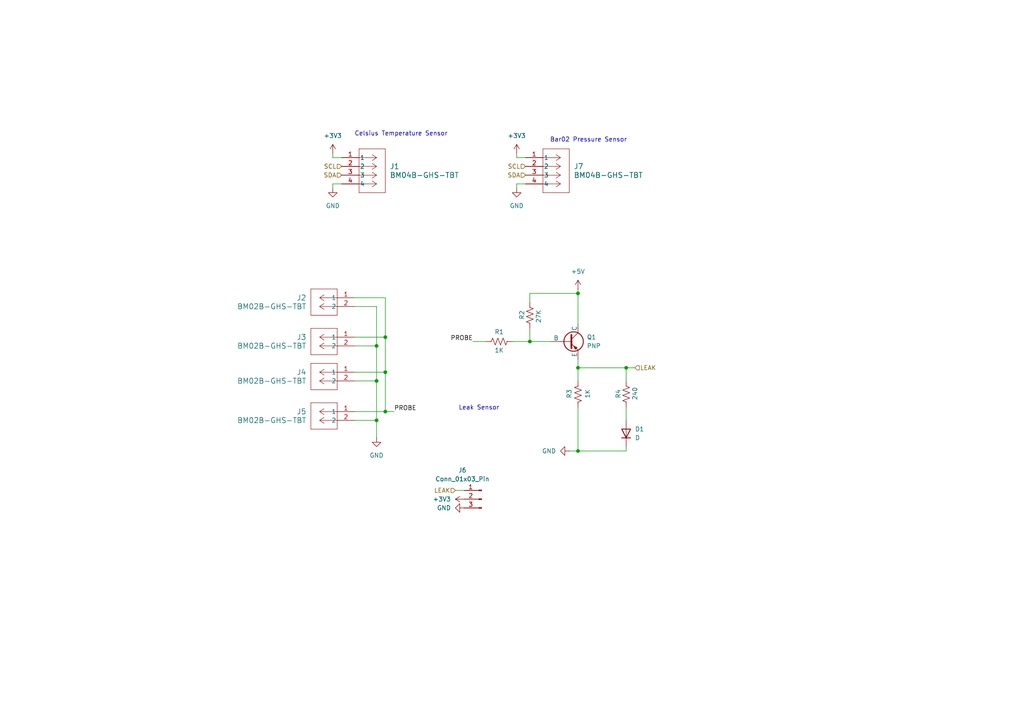
<source format=kicad_sch>
(kicad_sch (version 20231120) (generator "eeschema") (generator_version "8.0")
  (paper "A4")
  (lib_symbols
    (symbol "BM04B_GHS_TBT:BM04B-GHS-TBT" (pin_names (offset 0.254))
      (property "Reference" "J" (at 8.89 6.35 0))
      (property "Value" "BM04B-GHS-TBT" (at 0 0 0))
      (symbol "BM04B-GHS-TBT_1_1"
        (polyline (pts (xy 5.08 -10.16) (xy 12.7 -10.16)) (stroke (width 0.127)))
        (polyline (pts (xy 5.08 2.54) (xy 5.08 -10.16)) (stroke (width 0.127)))
        (polyline (pts (xy 10.16 -7.62) (xy 5.08 -7.62)) (stroke (width 0.127)))
        (polyline (pts (xy 10.16 -7.62) (xy 8.89 -8.4667)) (stroke (width 0.127)))
        (polyline (pts (xy 10.16 -7.62) (xy 8.89 -6.7733)) (stroke (width 0.127)))
        (polyline (pts (xy 10.16 -5.08) (xy 5.08 -5.08)) (stroke (width 0.127)))
        (polyline (pts (xy 10.16 -5.08) (xy 8.89 -5.9267)) (stroke (width 0.127)))
        (polyline (pts (xy 10.16 -5.08) (xy 8.89 -4.2333)) (stroke (width 0.127)))
        (polyline (pts (xy 10.16 -2.54) (xy 5.08 -2.54)) (stroke (width 0.127)))
        (polyline (pts (xy 10.16 -2.54) (xy 8.89 -3.3867)) (stroke (width 0.127)))
        (polyline (pts (xy 10.16 -2.54) (xy 8.89 -1.6933)) (stroke (width 0.127)))
        (polyline (pts (xy 10.16 0) (xy 5.08 0)) (stroke (width 0.127)))
        (polyline (pts (xy 10.16 0) (xy 8.89 -0.8467)) (stroke (width 0.127)))
        (polyline (pts (xy 10.16 0) (xy 8.89 0.8467)) (stroke (width 0.127)))
        (polyline (pts (xy 12.7 -10.16) (xy 12.7 2.54)) (stroke (width 0.127)))
        (polyline (pts (xy 12.7 2.54) (xy 5.08 2.54)) (stroke (width 0.127)))
        (pin unspecified line (at 0 0 0) (length 5.08) (name "1") (number "1"))
        (pin unspecified line (at 0 -2.54 0) (length 5.08) (name "2") (number "2"))
        (pin unspecified line (at 0 -5.08 0) (length 5.08) (name "3") (number "3"))
        (pin unspecified line (at 0 -7.62 0) (length 5.08) (name "4") (number "4"))
      )
      (symbol "BM04B-GHS-TBT_1_2"
        (polyline (pts (xy 5.08 -10.16) (xy 12.7 -10.16)) (stroke (width 0.127)))
        (polyline (pts (xy 5.08 2.54) (xy 5.08 -10.16)) (stroke (width 0.127)))
        (polyline (pts (xy 7.62 -7.62) (xy 5.08 -7.62)) (stroke (width 0.127)))
        (polyline (pts (xy 7.62 -7.62) (xy 8.89 -8.4667)) (stroke (width 0.127)))
        (polyline (pts (xy 7.62 -7.62) (xy 8.89 -6.7733)) (stroke (width 0.127)))
        (polyline (pts (xy 7.62 -5.08) (xy 5.08 -5.08)) (stroke (width 0.127)))
        (polyline (pts (xy 7.62 -5.08) (xy 8.89 -5.9267)) (stroke (width 0.127)))
        (polyline (pts (xy 7.62 -5.08) (xy 8.89 -4.2333)) (stroke (width 0.127)))
        (polyline (pts (xy 7.62 -2.54) (xy 5.08 -2.54)) (stroke (width 0.127)))
        (polyline (pts (xy 7.62 -2.54) (xy 8.89 -3.3867)) (stroke (width 0.127)))
        (polyline (pts (xy 7.62 -2.54) (xy 8.89 -1.6933)) (stroke (width 0.127)))
        (polyline (pts (xy 7.62 0) (xy 5.08 0)) (stroke (width 0.127)))
        (polyline (pts (xy 7.62 0) (xy 8.89 -0.8467)) (stroke (width 0.127)))
        (polyline (pts (xy 7.62 0) (xy 8.89 0.8467)) (stroke (width 0.127)))
        (polyline (pts (xy 12.7 -10.16) (xy 12.7 2.54)) (stroke (width 0.127)))
        (polyline (pts (xy 12.7 2.54) (xy 5.08 2.54)) (stroke (width 0.127)))
        (pin unspecified line (at 0 0 0) (length 5.08) (name "1") (number "1"))
        (pin unspecified line (at 0 -2.54 0) (length 5.08) (name "2") (number "2"))
        (pin unspecified line (at 0 -5.08 0) (length 5.08) (name "3") (number "3"))
        (pin unspecified line (at 0 -7.62 0) (length 5.08) (name "4") (number "4"))
      )
    )
    (symbol "Connector:Conn_01x03_Pin" (pin_names (offset 1.016) hide)
      (property "Reference" "J" (at 0 5.08 0))
      (property "Value" "Conn_01x03_Pin" (at 0 -5.08 0))
      (symbol "Conn_01x03_Pin_1_1"
        (polyline (pts (xy 1.27 -2.54) (xy 0.8636 -2.54)) (stroke (width 0.1524)))
        (polyline (pts (xy 1.27 0) (xy 0.8636 0)) (stroke (width 0.1524)))
        (polyline (pts (xy 1.27 2.54) (xy 0.8636 2.54)) (stroke (width 0.1524)))
        (rectangle (start 0.8636 -2.413) (end 0 -2.667) (stroke (width 0.1524)) (fill (type outline)))
        (rectangle (start 0.8636 0.127) (end 0 -0.127) (stroke (width 0.1524)) (fill (type outline)))
        (rectangle (start 0.8636 2.667) (end 0 2.413) (stroke (width 0.1524)) (fill (type outline)))
        (pin passive line (at 5.08 2.54 180) (length 3.81) (name "Pin_1") (number "1"))
        (pin passive line (at 5.08 0 180) (length 3.81) (name "Pin_2") (number "2"))
        (pin passive line (at 5.08 -2.54 180) (length 3.81) (name "Pin_3") (number "3"))
      )
    )
    (symbol "Device:D" (pin_numbers hide) (pin_names (offset 1.016) hide)
      (property "Reference" "D" (at 0 2.54 0))
      (property "Value" "D" (at 0 -2.54 0))
      (symbol "D_0_1"
        (polyline (pts (xy -1.27 1.27) (xy -1.27 -1.27)) (stroke (width 0.254)))
        (polyline (pts (xy 1.27 0) (xy -1.27 0)))
        (polyline (pts (xy 1.27 1.27) (xy 1.27 -1.27) (xy -1.27 0) (xy 1.27 1.27)) (stroke (width 0.254)))
      )
      (symbol "D_1_1"
        (pin passive line (at -3.81 0 0) (length 2.54) (name "K") (number "1"))
        (pin passive line (at 3.81 0 180) (length 2.54) (name "A") (number "2"))
      )
    )
    (symbol "Device:R_US" (pin_numbers hide) (pin_names (offset 0))
      (property "Reference" "R" (at 2.54 0 90))
      (property "Value" "R_US" (at -2.54 0 90))
      (symbol "R_US_0_1"
        (polyline (pts (xy 0 -2.286) (xy 0 -2.54)))
        (polyline (pts (xy 0 2.286) (xy 0 2.54)))
        (polyline (pts (xy 0 -0.762) (xy 1.016 -1.143) (xy 0 -1.524) (xy -1.016 -1.905) (xy 0 -2.286)))
        (polyline (pts (xy 0 0.762) (xy 1.016 0.381) (xy 0 0) (xy -1.016 -0.381) (xy 0 -0.762)))
        (polyline (pts (xy 0 2.286) (xy 1.016 1.905) (xy 0 1.524) (xy -1.016 1.143) (xy 0 0.762)))
      )
      (symbol "R_US_1_1"
        (pin passive line (at 0 3.81 270) (length 1.27) (name "~") (number "1"))
        (pin passive line (at 0 -3.81 90) (length 1.27) (name "~") (number "2"))
      )
    )
    (symbol "Simulation_SPICE:PNP" (pin_numbers hide) (pin_names (offset 0))
      (property "Reference" "Q" (at -2.54 7.62 0))
      (property "Value" "PNP" (at -2.54 5.08 0))
      (symbol "PNP_0_1"
        (polyline (pts (xy -2.54 0) (xy 0.635 0)) (stroke (width 0.1524)))
        (polyline (pts (xy 0.635 0.635) (xy 2.54 2.54)))
        (polyline (pts (xy 0.635 -0.635) (xy 2.54 -2.54) (xy 2.54 -2.54)))
        (polyline (pts (xy 0.635 1.905) (xy 0.635 -1.905) (xy 0.635 -1.905)) (stroke (width 0.508)))
        (polyline (pts (xy 2.286 -1.778) (xy 1.778 -2.286) (xy 1.27 -1.27) (xy 2.286 -1.778) (xy 2.286 -1.778)) (fill (type outline)))
        (circle (center 1.27 0) (radius 2.8194) (stroke (width 0.254)))
      )
      (symbol "PNP_1_1"
        (pin open_collector line (at 2.54 5.08 270) (length 2.54) (name "C") (number "1"))
        (pin input line (at -5.08 0 0) (length 2.54) (name "B") (number "2"))
        (pin open_emitter line (at 2.54 -5.08 90) (length 2.54) (name "E") (number "3"))
      )
    )
    (symbol "leak_probe_connector:BM02B-GHS-TBT" (pin_names (offset 0.254))
      (property "Reference" "J" (at 8.89 6.35 0))
      (property "Value" "BM02B-GHS-TBT" (at 0 0 0))
      (symbol "BM02B-GHS-TBT_1_1"
        (polyline (pts (xy 5.08 -5.08) (xy 12.7 -5.08)) (stroke (width 0.127)))
        (polyline (pts (xy 5.08 2.54) (xy 5.08 -5.08)) (stroke (width 0.127)))
        (polyline (pts (xy 10.16 -2.54) (xy 5.08 -2.54)) (stroke (width 0.127)))
        (polyline (pts (xy 10.16 -2.54) (xy 8.89 -3.3867)) (stroke (width 0.127)))
        (polyline (pts (xy 10.16 -2.54) (xy 8.89 -1.6933)) (stroke (width 0.127)))
        (polyline (pts (xy 10.16 0) (xy 5.08 0)) (stroke (width 0.127)))
        (polyline (pts (xy 10.16 0) (xy 8.89 -0.8467)) (stroke (width 0.127)))
        (polyline (pts (xy 10.16 0) (xy 8.89 0.8467)) (stroke (width 0.127)))
        (polyline (pts (xy 12.7 -5.08) (xy 12.7 2.54)) (stroke (width 0.127)))
        (polyline (pts (xy 12.7 2.54) (xy 5.08 2.54)) (stroke (width 0.127)))
        (pin unspecified line (at 0 0 0) (length 5.08) (name "1") (number "1"))
        (pin unspecified line (at 0 -2.54 0) (length 5.08) (name "2") (number "2"))
      )
      (symbol "BM02B-GHS-TBT_1_2"
        (polyline (pts (xy 5.08 -5.08) (xy 12.7 -5.08)) (stroke (width 0.127)))
        (polyline (pts (xy 5.08 2.54) (xy 5.08 -5.08)) (stroke (width 0.127)))
        (polyline (pts (xy 7.62 -2.54) (xy 5.08 -2.54)) (stroke (width 0.127)))
        (polyline (pts (xy 7.62 -2.54) (xy 8.89 -3.3867)) (stroke (width 0.127)))
        (polyline (pts (xy 7.62 -2.54) (xy 8.89 -1.6933)) (stroke (width 0.127)))
        (polyline (pts (xy 7.62 0) (xy 5.08 0)) (stroke (width 0.127)))
        (polyline (pts (xy 7.62 0) (xy 8.89 -0.8467)) (stroke (width 0.127)))
        (polyline (pts (xy 7.62 0) (xy 8.89 0.8467)) (stroke (width 0.127)))
        (polyline (pts (xy 12.7 -5.08) (xy 12.7 2.54)) (stroke (width 0.127)))
        (polyline (pts (xy 12.7 2.54) (xy 5.08 2.54)) (stroke (width 0.127)))
        (pin unspecified line (at 0 0 0) (length 5.08) (name "1") (number "1"))
        (pin unspecified line (at 0 -2.54 0) (length 5.08) (name "2") (number "2"))
      )
    )
    (symbol "power:+3V3" (power) (pin_numbers hide) (pin_names (offset 0) hide)
      (property "Value" "+3V3" (at 0 3.556 0))
      (symbol "+3V3_0_1"
        (polyline (pts (xy -0.762 1.27) (xy 0 2.54)))
        (polyline (pts (xy 0 0) (xy 0 2.54)))
        (polyline (pts (xy 0 2.54) (xy 0.762 1.27)))
      )
      (symbol "+3V3_1_1"
        (pin power_in line (at 0 0 90) (length 0) (name "~") (number "1"))
      )
    )
    (symbol "power:+5V" (power) (pin_numbers hide) (pin_names (offset 0) hide)
      (property "Value" "+5V" (at 0 3.556 0))
      (symbol "+5V_0_1"
        (polyline (pts (xy -0.762 1.27) (xy 0 2.54)))
        (polyline (pts (xy 0 0) (xy 0 2.54)))
        (polyline (pts (xy 0 2.54) (xy 0.762 1.27)))
      )
      (symbol "+5V_1_1"
        (pin power_in line (at 0 0 90) (length 0) (name "~") (number "1"))
      )
    )
    (symbol "power:GND" (power) (pin_numbers hide) (pin_names (offset 0) hide)
      (property "Value" "GND" (at 0 -3.81 0))
      (symbol "GND_0_1"
        (polyline (pts (xy 0 0) (xy 0 -1.27) (xy 1.27 -1.27) (xy 0 -2.54) (xy -1.27 -1.27) (xy 0 -1.27)))
      )
      (symbol "GND_1_1"
        (pin power_in line (at 0 0 270) (length 0) (name "~") (number "1"))
      )
    )
  )
  (junction (at 109.22 121.92))
  (junction (at 109.22 100.33))
  (junction (at 167.64 106.68))
  (junction (at 181.61 106.68))
  (junction (at 109.22 110.49))
  (junction (at 167.64 130.81))
  (junction (at 153.67 99.06))
  (junction (at 167.64 85.09))
  (junction (at 111.76 107.95))
  (junction (at 111.76 97.79))
  (junction (at 111.76 119.38))
  (wire (pts (xy 181.61 106.68) (xy 184.15 106.68)))
  (wire (pts (xy 102.87 119.38) (xy 111.76 119.38)))
  (wire (pts (xy 167.64 130.81) (xy 181.61 130.81)))
  (wire (pts (xy 137.16 99.06) (xy 140.97 99.06)))
  (wire (pts (xy 96.52 44.45) (xy 96.52 45.72)))
  (wire (pts (xy 111.76 86.36) (xy 111.76 97.79)))
  (wire (pts (xy 96.52 53.34) (xy 96.52 54.61)))
  (wire (pts (xy 167.64 106.68) (xy 167.64 110.49)))
  (wire (pts (xy 132.08 142.24) (xy 134.62 142.24)))
  (wire (pts (xy 167.64 118.11) (xy 167.64 130.81)))
  (wire (pts (xy 165.1 130.81) (xy 167.64 130.81)))
  (wire (pts (xy 111.76 97.79) (xy 111.76 107.95)))
  (wire (pts (xy 167.64 83.82) (xy 167.64 85.09)))
  (wire (pts (xy 181.61 118.11) (xy 181.61 121.92)))
  (wire (pts (xy 102.87 110.49) (xy 109.22 110.49)))
  (wire (pts (xy 181.61 129.54) (xy 181.61 130.81)))
  (wire (pts (xy 102.87 86.36) (xy 111.76 86.36)))
  (wire (pts (xy 109.22 121.92) (xy 109.22 127)))
  (wire (pts (xy 149.86 45.72) (xy 152.4 45.72)))
  (wire (pts (xy 102.87 97.79) (xy 111.76 97.79)))
  (wire (pts (xy 109.22 88.9) (xy 109.22 100.33)))
  (wire (pts (xy 102.87 100.33) (xy 109.22 100.33)))
  (wire (pts (xy 149.86 53.34) (xy 149.86 54.61)))
  (wire (pts (xy 152.4 53.34) (xy 149.86 53.34)))
  (wire (pts (xy 99.06 53.34) (xy 96.52 53.34)))
  (wire (pts (xy 153.67 85.09) (xy 167.64 85.09)))
  (wire (pts (xy 109.22 100.33) (xy 109.22 110.49)))
  (wire (pts (xy 167.64 106.68) (xy 181.61 106.68)))
  (wire (pts (xy 181.61 106.68) (xy 181.61 110.49)))
  (wire (pts (xy 111.76 107.95) (xy 111.76 119.38)))
  (wire (pts (xy 153.67 99.06) (xy 160.02 99.06)))
  (wire (pts (xy 96.52 45.72) (xy 99.06 45.72)))
  (wire (pts (xy 153.67 99.06) (xy 153.67 95.25)))
  (wire (pts (xy 153.67 87.63) (xy 153.67 85.09)))
  (wire (pts (xy 149.86 44.45) (xy 149.86 45.72)))
  (wire (pts (xy 148.59 99.06) (xy 153.67 99.06)))
  (wire (pts (xy 102.87 121.92) (xy 109.22 121.92)))
  (wire (pts (xy 102.87 107.95) (xy 111.76 107.95)))
  (wire (pts (xy 167.64 85.09) (xy 167.64 93.98)))
  (wire (pts (xy 102.87 88.9) (xy 109.22 88.9)))
  (wire (pts (xy 109.22 110.49) (xy 109.22 121.92)))
  (wire (pts (xy 167.64 104.14) (xy 167.64 106.68)))
  (wire (pts (xy 111.76 119.38) (xy 114.3 119.38)))
  (text "Leak Sensor\n" (at 138.938 118.364 0) (effects (font (size 1.27 1.27))))
  (text "Bar02 Pressure Sensor\n" (at 170.688 40.64 0) (effects (font (size 1.27 1.27))))
  (text "Celsius Temperature Sensor\n" (at 116.332 38.862 0) (effects (font (size 1.27 1.27))))
  (label "PROBE" (at 114.3 119.38 0))
  (label "PROBE" (at 137.16 99.06 180))
  (hierarchical_label "SCL" (shape input) (at 152.4 48.26 180))
  (hierarchical_label "SDA" (shape input) (at 152.4 50.8 180))
  (hierarchical_label "LEAK" (shape input) (at 132.08 142.24 180))
  (hierarchical_label "LEAK" (shape input) (at 184.15 106.68 0))
  (hierarchical_label "SCL" (shape input) (at 99.06 48.26 180))
  (hierarchical_label "SDA" (shape input) (at 99.06 50.8 180))
  (symbol (lib_id "Simulation_SPICE:PNP") (at 165.1 99.06 0) (unit 1)
    (property "Reference" "Q1" (at 170.18 97.7899 0) (effects (justify left)))
    (property "Value" "PNP" (at 170.18 100.3299 0) (effects (justify left)))
    (property "Datasheet" "https://ngspice.sourceforge.io/docs/ngspice-html-manual/manual.xhtml#cha_BJTs" (effects (hide yes)))
    (property "Description" "Bipolar transistor symbol for simulation only, substrate tied to the emitter" (effects (hide yes)))
    (property "Sim.Device" "PNP" (effects (hide yes)))
    (property "Sim.Type" "GUMMELPOON" (effects (hide yes)))
    (property "Sim.Pins" "1=C 2=B 3=E" (effects (hide yes)))
  )
  (symbol (lib_id "power:GND") (at 134.62 147.32 270) (unit 1)
    (property "Reference" "#PWR018" (effects (hide yes)))
    (property "Value" "GND" (at 130.81 147.3199 90) (effects (justify right)))
    (property "Description" "Power symbol creates a global label with name \"GND\" , ground" (effects (hide yes)))
  )
  (symbol (lib_id "leak_probe_connector:BM02B-GHS-TBT") (at 102.87 97.79 0) (mirror y) (unit 1)
    (property "Reference" "J3" (at 88.9 97.7899 0) (effects (font (size 1.524 1.524)) (justify left)))
    (property "Value" "BM02B-GHS-TBT" (at 88.9 100.3299 0) (effects (font (size 1.524 1.524)) (justify left)))
    (property "Footprint" "CONN_BM02B-GHS-TBT_JST" (effects (hide yes)))
    (property "Datasheet" "BM02B-GHS-TBT" (effects (hide yes)))
  )
  (symbol (lib_id "power:+3V3") (at 134.62 144.78 90) (unit 1)
    (property "Reference" "#PWR017" (effects (hide yes)))
    (property "Value" "+3V3" (at 130.81 144.7799 90) (effects (justify left)))
    (property "Description" "Power symbol creates a global label with name \"+3V3\"" (effects (hide yes)))
  )
  (symbol (lib_id "Device:R_US") (at 181.61 114.3 0) (unit 1)
    (property "Reference" "R4" (at 179.324 115.57 90) (effects (justify left)))
    (property "Value" "240" (at 184.15 116.078 90) (effects (justify left)))
    (property "Description" "Resistor, US symbol" (effects (hide yes)))
  )
  (symbol (lib_id "leak_probe_connector:BM02B-GHS-TBT") (at 102.87 119.38 0) (mirror y) (unit 1)
    (property "Reference" "J5" (at 88.9 119.3799 0) (effects (font (size 1.524 1.524)) (justify left)))
    (property "Value" "BM02B-GHS-TBT" (at 88.9 121.9199 0) (effects (font (size 1.524 1.524)) (justify left)))
    (property "Footprint" "CONN_BM02B-GHS-TBT_JST" (effects (hide yes)))
    (property "Datasheet" "BM02B-GHS-TBT" (effects (hide yes)))
  )
  (symbol (lib_id "power:GND") (at 149.86 54.61 0) (unit 1)
    (property "Reference" "#PWR02" (effects (hide yes)))
    (property "Value" "GND" (at 149.86 59.69 0))
    (property "Description" "Power symbol creates a global label with name \"GND\" , ground" (effects (hide yes)))
  )
  (symbol (lib_id "Device:D") (at 181.61 125.73 90) (unit 1)
    (property "Reference" "D1" (at 184.15 124.4599 90) (effects (justify right)))
    (property "Value" "D" (at 184.15 126.9999 90) (effects (justify right)))
    (property "Description" "Diode" (effects (hide yes)))
    (property "Sim.Device" "D" (effects (hide yes)))
    (property "Sim.Pins" "1=K 2=A" (effects (hide yes)))
  )
  (symbol (lib_id "power:GND") (at 96.52 54.61 0) (unit 1)
    (property "Reference" "#PWR07" (effects (hide yes)))
    (property "Value" "GND" (at 96.52 59.69 0))
    (property "Description" "Power symbol creates a global label with name \"GND\" , ground" (effects (hide yes)))
  )
  (symbol (lib_id "Device:R_US") (at 167.64 114.3 0) (mirror x) (unit 1)
    (property "Reference" "R3" (at 165.1 115.57 90) (effects (justify right)))
    (property "Value" "1K" (at 170.434 115.57 90) (effects (justify right)))
    (property "Description" "Resistor, US symbol" (effects (hide yes)))
  )
  (symbol (lib_id "power:+3V3") (at 149.86 44.45 0) (unit 1)
    (property "Reference" "#PWR01" (effects (hide yes)))
    (property "Value" "+3V3" (at 149.86 39.37 0))
    (property "Description" "Power symbol creates a global label with name \"+3V3\"" (effects (hide yes)))
  )
  (symbol (lib_id "Device:R_US") (at 144.78 99.06 90) (unit 1)
    (property "Reference" "R1" (at 144.78 96.266 90))
    (property "Value" "1K" (at 144.78 101.6 90))
    (property "Description" "Resistor, US symbol" (effects (hide yes)))
  )
  (symbol (lib_id "power:GND") (at 165.1 130.81 270) (unit 1)
    (property "Reference" "#PWR08" (effects (hide yes)))
    (property "Value" "GND" (at 161.29 130.8099 90) (effects (justify right)))
    (property "Description" "Power symbol creates a global label with name \"GND\" , ground" (effects (hide yes)))
  )
  (symbol (lib_id "Device:R_US") (at 153.67 91.44 180) (unit 1)
    (property "Reference" "R2" (at 151.384 92.71 90) (effects (justify right)))
    (property "Value" "27K" (at 156.21 93.726 90) (effects (justify right)))
    (property "Description" "Resistor, US symbol" (effects (hide yes)))
  )
  (symbol (lib_id "power:GND") (at 109.22 127 0) (mirror y) (unit 1)
    (property "Reference" "#PWR016" (effects (hide yes)))
    (property "Value" "GND" (at 109.22 132.08 0))
    (property "Description" "Power symbol creates a global label with name \"GND\" , ground" (effects (hide yes)))
  )
  (symbol (lib_id "power:+5V") (at 167.64 83.82 0) (unit 1)
    (property "Reference" "#PWR015" (effects (hide yes)))
    (property "Value" "+5V" (at 167.64 78.74 0))
    (property "Description" "Power symbol creates a global label with name \"+5V\"" (effects (hide yes)))
  )
  (symbol (lib_id "Connector:Conn_01x03_Pin") (at 139.7 144.78 0) (mirror y) (unit 1)
    (property "Reference" "J6" (at 134.112 136.398 0))
    (property "Value" "Conn_01x03_Pin" (at 134.112 138.938 0))
    (property "Footprint" "Connector_PinHeader_2.54mm:PinHeader_1x03_P2.54mm_Vertical" (effects (hide yes)))
    (property "Description" "Generic connector, single row, 01x03, script generated" (effects (hide yes)))
  )
  (symbol (lib_id "leak_probe_connector:BM02B-GHS-TBT") (at 102.87 107.95 0) (mirror y) (unit 1)
    (property "Reference" "J4" (at 88.9 107.9499 0) (effects (font (size 1.524 1.524)) (justify left)))
    (property "Value" "BM02B-GHS-TBT" (at 88.9 110.4899 0) (effects (font (size 1.524 1.524)) (justify left)))
    (property "Footprint" "CONN_BM02B-GHS-TBT_JST" (effects (hide yes)))
    (property "Datasheet" "BM02B-GHS-TBT" (effects (hide yes)))
  )
  (symbol (lib_id "BM04B_GHS_TBT:BM04B-GHS-TBT") (at 99.06 45.72 0) (unit 1)
    (property "Reference" "J1" (at 113.03 48.2599 0) (effects (font (size 1.524 1.524)) (justify left)))
    (property "Value" "BM04B-GHS-TBT" (at 113.03 50.7999 0) (effects (font (size 1.524 1.524)) (justify left)))
    (property "Footprint" "Connector_JST:JST_GH_BM04B-GHS-TBT_1x04-1MP_P1.25mm_Vertical" (effects (hide yes)))
    (property "Datasheet" "BM04B-GHS-TBT" (effects (hide yes)))
  )
  (symbol (lib_id "power:+3V3") (at 96.52 44.45 0) (unit 1)
    (property "Reference" "#PWR062" (effects (hide yes)))
    (property "Value" "+3V3" (at 96.52 39.37 0))
    (property "Description" "Power symbol creates a global label with name \"+3V3\"" (effects (hide yes)))
  )
  (symbol (lib_id "leak_probe_connector:BM02B-GHS-TBT") (at 102.87 86.36 0) (mirror y) (unit 1)
    (property "Reference" "J2" (at 88.9 86.3599 0) (effects (font (size 1.524 1.524)) (justify left)))
    (property "Value" "BM02B-GHS-TBT" (at 88.9 88.8999 0) (effects (font (size 1.524 1.524)) (justify left)))
    (property "Footprint" "CONN_BM02B-GHS-TBT_JST" (effects (hide yes)))
    (property "Datasheet" "BM02B-GHS-TBT" (effects (hide yes)))
  )
  (symbol (lib_id "BM04B_GHS_TBT:BM04B-GHS-TBT") (at 152.4 45.72 0) (unit 1)
    (property "Reference" "J7" (at 166.37 48.2599 0) (effects (font (size 1.524 1.524)) (justify left)))
    (property "Value" "BM04B-GHS-TBT" (at 166.37 50.7999 0) (effects (font (size 1.524 1.524)) (justify left)))
    (property "Footprint" "CONN_BM04B-GHS-TBT_JST" (effects (hide yes)))
    (property "Datasheet" "BM04B-GHS-TBT" (effects (hide yes)))
  )
)
</source>
